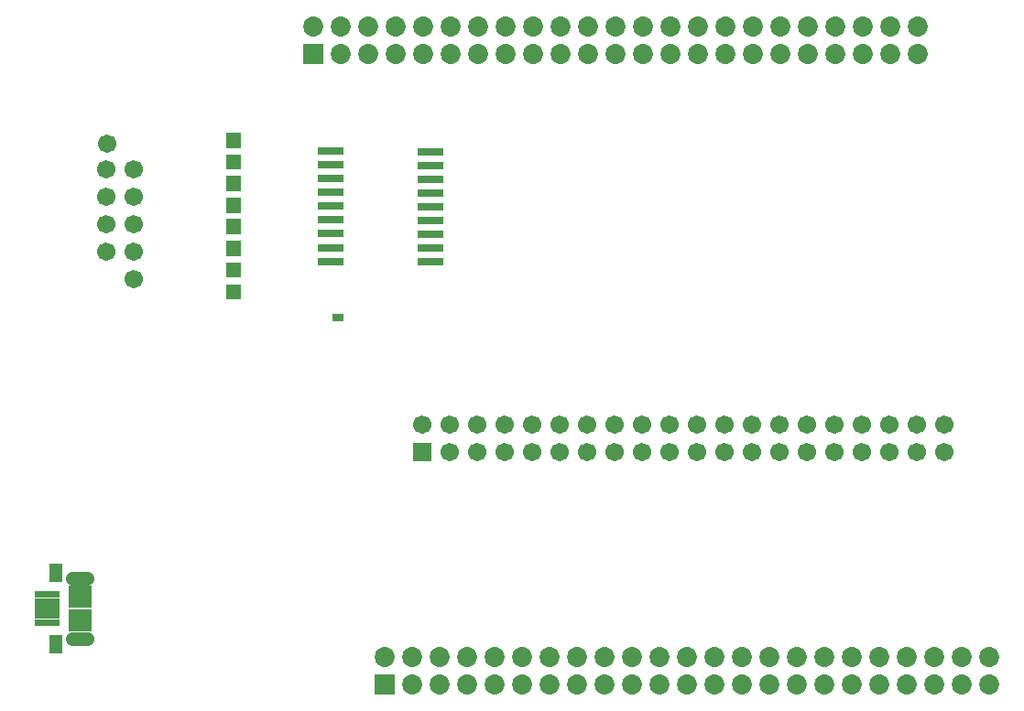
<source format=gts>
G04 Layer: TopSolderMaskLayer*
G04 EasyEDA v6.3.43, 2020-05-28T19:53:23--7:00*
G04 7fdf06d367af498c9bd436b09c1433f1,d8a4e85e13c24898b9272ed7a7ead91d,10*
G04 Gerber Generator version 0.2*
G04 Scale: 100 percent, Rotated: No, Reflected: No *
G04 Dimensions in inches *
G04 leading zeros omitted , absolute positions ,2 integer and 4 decimal *
%FSLAX24Y24*%
%MOIN*%
G90*
G70D02*

%ADD27C,0.051307*%
%ADD28C,0.067000*%
%ADD31R,0.094600X0.031600*%
%ADD32R,0.073000X0.073000*%
%ADD33C,0.073000*%

%LPD*%
G54D27*
G01X844Y5712D02*
G01X1356Y5712D01*
G01X844Y3487D02*
G01X1356Y3487D01*
G54D28*
G01X2100Y21550D03*
G01X3050Y20600D03*
G01X3050Y19600D03*
G01X3050Y18600D03*
G01X2050Y20600D03*
G01X2050Y19600D03*
G01X3050Y17600D03*
G01X2050Y18600D03*
G01X2050Y17600D03*
G01X3050Y16600D03*
G36*
G01X6423Y15863D02*
G01X6423Y16415D01*
G01X6976Y16415D01*
G01X6976Y15863D01*
G01X6423Y15863D01*
G37*
G36*
G01X6423Y16653D02*
G01X6423Y17205D01*
G01X6976Y17205D01*
G01X6976Y16653D01*
G01X6423Y16653D01*
G37*
G36*
G01X6423Y17444D02*
G01X6423Y17996D01*
G01X6976Y17996D01*
G01X6976Y17444D01*
G01X6423Y17444D01*
G37*
G36*
G01X6423Y18234D02*
G01X6423Y18786D01*
G01X6976Y18786D01*
G01X6976Y18234D01*
G01X6423Y18234D01*
G37*
G36*
G01X6423Y19013D02*
G01X6423Y19565D01*
G01X6976Y19565D01*
G01X6976Y19013D01*
G01X6423Y19013D01*
G37*
G36*
G01X6423Y19803D02*
G01X6423Y20355D01*
G01X6976Y20355D01*
G01X6976Y19803D01*
G01X6423Y19803D01*
G37*
G36*
G01X6423Y20594D02*
G01X6423Y21146D01*
G01X6976Y21146D01*
G01X6976Y20594D01*
G01X6423Y20594D01*
G37*
G36*
G01X6423Y21384D02*
G01X6423Y21936D01*
G01X6976Y21936D01*
G01X6976Y21384D01*
G01X6423Y21384D01*
G37*
G36*
G01X10293Y15080D02*
G01X10293Y15319D01*
G01X10490Y15319D01*
G01X10490Y15080D01*
G01X10293Y15080D01*
G37*
G36*
G01X10509Y15080D02*
G01X10509Y15319D01*
G01X10706Y15319D01*
G01X10706Y15080D01*
G01X10509Y15080D01*
G37*
G54D31*
G01X13860Y17740D03*
G01X10239Y19759D03*
G01X13860Y17240D03*
G01X13860Y18240D03*
G01X13860Y18740D03*
G01X10239Y19259D03*
G01X10239Y20259D03*
G01X10239Y20759D03*
G01X13860Y19740D03*
G01X13860Y19240D03*
G01X13860Y20240D03*
G01X13860Y20740D03*
G01X10239Y18759D03*
G01X10239Y18259D03*
G01X10239Y17750D03*
G01X10239Y17240D03*
G01X13860Y21240D03*
G01X10239Y21259D03*
G54D32*
G01X12200Y1850D03*
G54D33*
G01X12200Y2850D03*
G01X13200Y1850D03*
G01X13200Y2850D03*
G01X14200Y1850D03*
G01X14200Y2850D03*
G01X15200Y1850D03*
G01X15200Y2850D03*
G01X16200Y1850D03*
G01X16200Y2850D03*
G01X17200Y1850D03*
G01X17200Y2850D03*
G01X18200Y1850D03*
G01X18200Y2850D03*
G01X19200Y1850D03*
G01X19200Y2850D03*
G01X20200Y1850D03*
G01X20200Y2850D03*
G01X21200Y1850D03*
G01X21200Y2850D03*
G01X22200Y1850D03*
G01X22200Y2850D03*
G01X23200Y1850D03*
G01X23200Y2850D03*
G01X24200Y1850D03*
G01X24200Y2850D03*
G01X25200Y1850D03*
G01X25200Y2850D03*
G01X26200Y1850D03*
G01X26200Y2850D03*
G01X27200Y1850D03*
G01X27200Y2850D03*
G01X28200Y1850D03*
G01X28200Y2850D03*
G01X29200Y1850D03*
G01X29200Y2850D03*
G01X30200Y1850D03*
G01X30200Y2850D03*
G01X31200Y1850D03*
G01X31200Y2850D03*
G01X32200Y1850D03*
G01X32200Y2850D03*
G01X33200Y1850D03*
G01X33200Y2850D03*
G01X34200Y1850D03*
G01X34200Y2850D03*
G54D32*
G01X9600Y24800D03*
G54D33*
G01X9600Y25800D03*
G01X10600Y24800D03*
G01X10600Y25800D03*
G01X11600Y24800D03*
G01X11600Y25800D03*
G01X12600Y24800D03*
G01X12600Y25800D03*
G01X13600Y24800D03*
G01X13600Y25800D03*
G01X14600Y24800D03*
G01X14600Y25800D03*
G01X15600Y24800D03*
G01X15600Y25800D03*
G01X16600Y24800D03*
G01X16600Y25800D03*
G01X17600Y24800D03*
G01X17600Y25800D03*
G01X18600Y24800D03*
G01X18600Y25800D03*
G01X19600Y24800D03*
G01X19600Y25800D03*
G01X20600Y24800D03*
G01X20600Y25800D03*
G01X21600Y24800D03*
G01X21600Y25800D03*
G01X22600Y24800D03*
G01X22600Y25800D03*
G01X23600Y24800D03*
G01X23600Y25800D03*
G01X24600Y24800D03*
G01X24600Y25800D03*
G01X25600Y24800D03*
G01X25600Y25800D03*
G01X26600Y24800D03*
G01X26600Y25800D03*
G01X27600Y24800D03*
G01X27600Y25800D03*
G01X28600Y24800D03*
G01X28600Y25800D03*
G01X29600Y24800D03*
G01X29600Y25800D03*
G01X30600Y24800D03*
G01X30600Y25800D03*
G01X31600Y24800D03*
G01X31600Y25800D03*
G36*
G01X-553Y3969D02*
G01X-553Y4207D01*
G01X353Y4207D01*
G01X353Y3969D01*
G01X-553Y3969D01*
G37*
G36*
G01X-553Y4225D02*
G01X-553Y4463D01*
G01X353Y4463D01*
G01X353Y4225D01*
G01X-553Y4225D01*
G37*
G36*
G01X-553Y4480D02*
G01X-553Y4719D01*
G01X353Y4719D01*
G01X353Y4480D01*
G01X-553Y4480D01*
G37*
G36*
G01X-553Y4736D02*
G01X-553Y4975D01*
G01X353Y4975D01*
G01X353Y4736D01*
G01X-553Y4736D01*
G37*
G36*
G01X-553Y4992D02*
G01X-553Y5230D01*
G01X353Y5230D01*
G01X353Y4992D01*
G01X-553Y4992D01*
G37*
G36*
G01X-21Y2965D02*
G01X-21Y3636D01*
G01X451Y3636D01*
G01X451Y2965D01*
G01X-21Y2965D01*
G37*
G36*
G01X-21Y5563D02*
G01X-21Y6234D01*
G01X451Y6234D01*
G01X451Y5563D01*
G01X-21Y5563D01*
G37*
G36*
G01X686Y3753D02*
G01X686Y4580D01*
G01X1513Y4580D01*
G01X1513Y3753D01*
G01X686Y3753D01*
G37*
G36*
G01X686Y4619D02*
G01X686Y5446D01*
G01X1513Y5446D01*
G01X1513Y4619D01*
G01X686Y4619D01*
G37*
G36*
G01X13214Y9965D02*
G01X13214Y10634D01*
G01X13885Y10634D01*
G01X13885Y9965D01*
G01X13214Y9965D01*
G37*
G54D28*
G01X13550Y11300D03*
G01X14550Y10300D03*
G01X14550Y11300D03*
G01X15550Y10300D03*
G01X15550Y11300D03*
G01X16550Y10300D03*
G01X16550Y11300D03*
G01X17550Y10300D03*
G01X17550Y11300D03*
G01X18550Y10300D03*
G01X18550Y11300D03*
G01X19550Y10300D03*
G01X19550Y11300D03*
G01X20550Y10300D03*
G01X20550Y11300D03*
G01X21550Y10300D03*
G01X21550Y11300D03*
G01X22550Y10300D03*
G01X22550Y11300D03*
G01X23550Y10300D03*
G01X23550Y11300D03*
G01X24550Y10300D03*
G01X24550Y11300D03*
G01X25550Y10300D03*
G01X25550Y11300D03*
G01X26550Y10300D03*
G01X26550Y11300D03*
G01X27550Y10300D03*
G01X27550Y11300D03*
G01X28550Y10300D03*
G01X28550Y11300D03*
G01X29550Y10300D03*
G01X29550Y11300D03*
G01X30550Y10300D03*
G01X30550Y11300D03*
G01X31550Y11300D03*
G01X31550Y10300D03*
G01X32550Y11300D03*
G01X32550Y10300D03*
M00*
M02*

</source>
